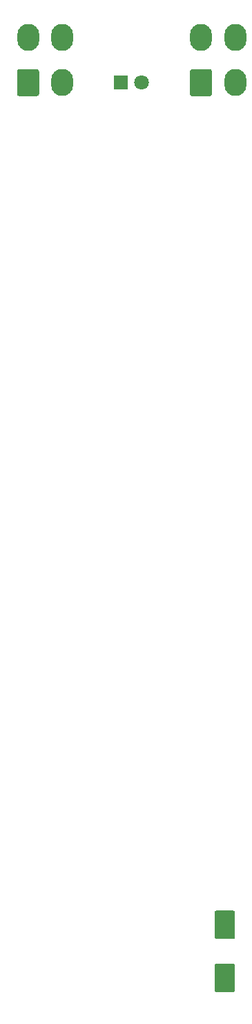
<source format=gbr>
%TF.GenerationSoftware,KiCad,Pcbnew,(5.1.6)-1*%
%TF.CreationDate,2021-08-23T16:24:14+10:00*%
%TF.ProjectId,DEFOG Panel PCB V2,4445464f-4720-4506-916e-656c20504342,rev?*%
%TF.SameCoordinates,Original*%
%TF.FileFunction,Soldermask,Bot*%
%TF.FilePolarity,Negative*%
%FSLAX46Y46*%
G04 Gerber Fmt 4.6, Leading zero omitted, Abs format (unit mm)*
G04 Created by KiCad (PCBNEW (5.1.6)-1) date 2021-08-23 16:24:14*
%MOMM*%
%LPD*%
G01*
G04 APERTURE LIST*
%ADD10O,2.700000X3.300000*%
%ADD11C,1.800000*%
%ADD12R,1.800000X1.800000*%
G04 APERTURE END LIST*
D10*
%TO.C,J2*%
X131520000Y-43320000D03*
X127320000Y-43320000D03*
X131520000Y-48820000D03*
G36*
G01*
X125970000Y-50218900D02*
X125970000Y-47421100D01*
G75*
G02*
X126221100Y-47170000I251100J0D01*
G01*
X128418900Y-47170000D01*
G75*
G02*
X128670000Y-47421100I0J-251100D01*
G01*
X128670000Y-50218900D01*
G75*
G02*
X128418900Y-50470000I-251100J0D01*
G01*
X126221100Y-50470000D01*
G75*
G02*
X125970000Y-50218900I0J251100D01*
G01*
G37*
%TD*%
%TO.C,J1*%
X152730000Y-43320000D03*
X148530000Y-43320000D03*
X152730000Y-48820000D03*
G36*
G01*
X147180000Y-50218900D02*
X147180000Y-47421100D01*
G75*
G02*
X147431100Y-47170000I251100J0D01*
G01*
X149628900Y-47170000D01*
G75*
G02*
X149880000Y-47421100I0J-251100D01*
G01*
X149880000Y-50218900D01*
G75*
G02*
X149628900Y-50470000I-251100J0D01*
G01*
X147431100Y-50470000D01*
G75*
G02*
X147180000Y-50218900I0J251100D01*
G01*
G37*
%TD*%
D11*
%TO.C,D30*%
X141250000Y-48780000D03*
D12*
X138710000Y-48780000D03*
%TD*%
%TO.C,C1*%
G36*
G01*
X152450000Y-153470000D02*
X150450000Y-153470000D01*
G75*
G02*
X150200000Y-153220000I0J250000D01*
G01*
X150200000Y-150220000D01*
G75*
G02*
X150450000Y-149970000I250000J0D01*
G01*
X152450000Y-149970000D01*
G75*
G02*
X152700000Y-150220000I0J-250000D01*
G01*
X152700000Y-153220000D01*
G75*
G02*
X152450000Y-153470000I-250000J0D01*
G01*
G37*
G36*
G01*
X152450000Y-159970000D02*
X150450000Y-159970000D01*
G75*
G02*
X150200000Y-159720000I0J250000D01*
G01*
X150200000Y-156720000D01*
G75*
G02*
X150450000Y-156470000I250000J0D01*
G01*
X152450000Y-156470000D01*
G75*
G02*
X152700000Y-156720000I0J-250000D01*
G01*
X152700000Y-159720000D01*
G75*
G02*
X152450000Y-159970000I-250000J0D01*
G01*
G37*
%TD*%
M02*

</source>
